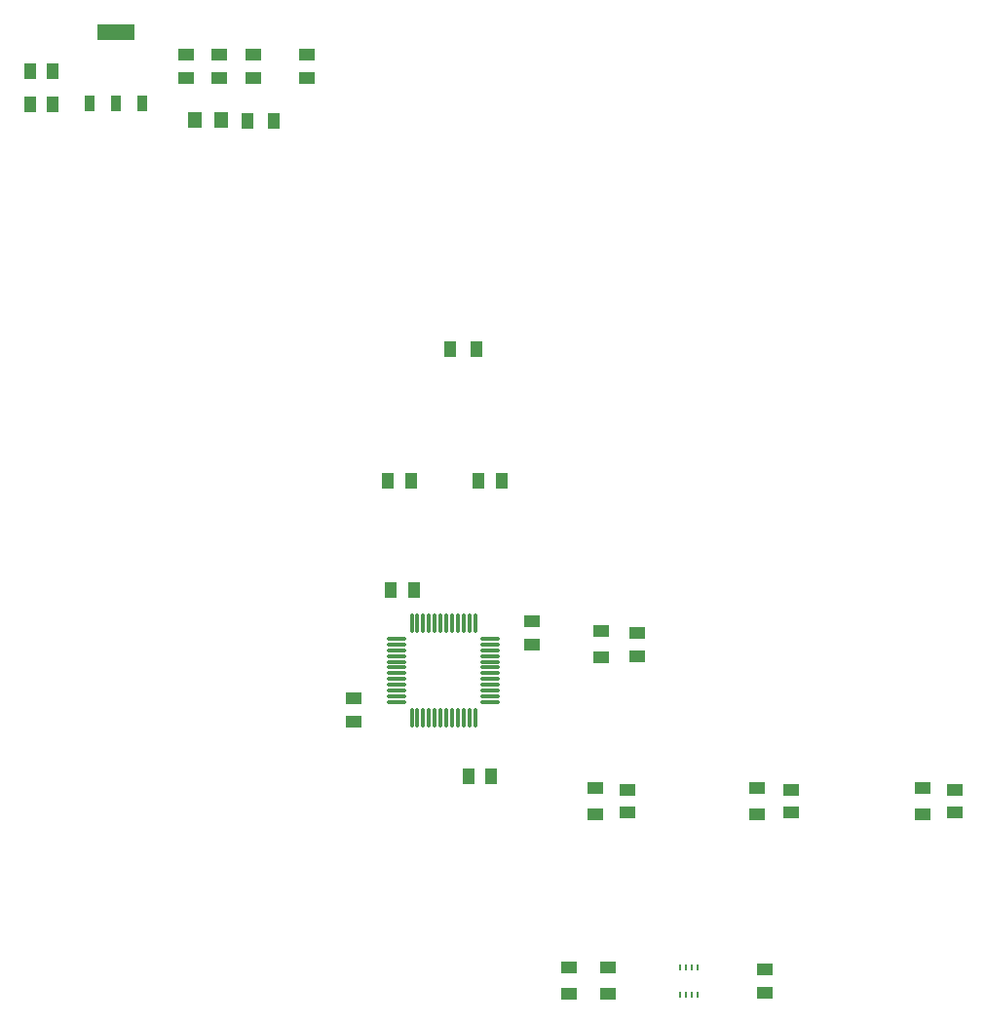
<source format=gtp>
G04*
G04 #@! TF.GenerationSoftware,Altium Limited,Altium Designer,19.0.15 (446)*
G04*
G04 Layer_Color=8421504*
%FSTAX24Y24*%
%MOIN*%
G70*
G01*
G75*
%ADD24R,0.0433X0.0550*%
%ADD25R,0.0550X0.0433*%
%ADD26R,0.0550X0.0394*%
%ADD27R,0.1299X0.0531*%
%ADD28R,0.0374X0.0531*%
%ADD29R,0.0500X0.0550*%
%ADD30R,0.0394X0.0550*%
%ADD31O,0.0689X0.0118*%
%ADD32O,0.0118X0.0689*%
%ADD33R,0.0098X0.0217*%
D24*
X025356Y02865D02*
D03*
X026144D02*
D03*
X013006Y04526D02*
D03*
X013794D02*
D03*
X013006Y046393D02*
D03*
X013794D02*
D03*
X028006Y0223D02*
D03*
X028794D02*
D03*
X02605Y0324D02*
D03*
X025263D02*
D03*
X028356D02*
D03*
X029144D02*
D03*
D25*
X03815Y015687D02*
D03*
Y0149D02*
D03*
X0338Y02639D02*
D03*
Y027178D02*
D03*
X04465Y02104D02*
D03*
Y021828D02*
D03*
X033459Y02104D02*
D03*
Y021828D02*
D03*
X03905Y02104D02*
D03*
Y021828D02*
D03*
X0195Y046944D02*
D03*
Y046156D02*
D03*
X02065D02*
D03*
Y046944D02*
D03*
X01835Y046156D02*
D03*
Y046944D02*
D03*
X0225Y046156D02*
D03*
Y046944D02*
D03*
X0302Y026794D02*
D03*
Y027582D02*
D03*
X0241Y024944D02*
D03*
Y024156D02*
D03*
D26*
X03145Y01485D02*
D03*
Y01575D02*
D03*
X0328Y01485D02*
D03*
Y01575D02*
D03*
X03255Y026344D02*
D03*
Y027244D02*
D03*
X04355Y020994D02*
D03*
Y021894D02*
D03*
X03235Y020994D02*
D03*
Y021894D02*
D03*
X0379Y020994D02*
D03*
Y021894D02*
D03*
D27*
X01595Y04773D02*
D03*
D28*
X016852Y04527D02*
D03*
X01595D02*
D03*
X015048D02*
D03*
D29*
X018654Y044714D02*
D03*
X019554D02*
D03*
D30*
X02135Y044695D02*
D03*
X02045D02*
D03*
X0283Y0369D02*
D03*
X0274D02*
D03*
D31*
X028759Y026987D02*
D03*
Y02679D02*
D03*
Y026593D02*
D03*
Y026396D02*
D03*
Y0262D02*
D03*
Y026003D02*
D03*
Y025806D02*
D03*
Y025609D02*
D03*
Y025412D02*
D03*
Y025215D02*
D03*
Y025018D02*
D03*
Y024822D02*
D03*
X02555D02*
D03*
Y025018D02*
D03*
Y025215D02*
D03*
Y025412D02*
D03*
Y025609D02*
D03*
Y025806D02*
D03*
Y026003D02*
D03*
Y0262D02*
D03*
Y026396D02*
D03*
Y026593D02*
D03*
Y02679D02*
D03*
Y026987D02*
D03*
D32*
X028237Y0243D02*
D03*
X028041D02*
D03*
X027844D02*
D03*
X027647D02*
D03*
X02745D02*
D03*
X027253D02*
D03*
X027056D02*
D03*
X026859D02*
D03*
X026663D02*
D03*
X026466D02*
D03*
X026269D02*
D03*
X026072D02*
D03*
Y027509D02*
D03*
X026269D02*
D03*
X026466D02*
D03*
X026663D02*
D03*
X026859D02*
D03*
X027056D02*
D03*
X027253D02*
D03*
X02745D02*
D03*
X027647D02*
D03*
X027844D02*
D03*
X028041D02*
D03*
X028237D02*
D03*
D33*
X03585Y01575D02*
D03*
X035653D02*
D03*
X035456D02*
D03*
X035259D02*
D03*
Y014813D02*
D03*
X035456D02*
D03*
X035653D02*
D03*
X03585D02*
D03*
M02*

</source>
